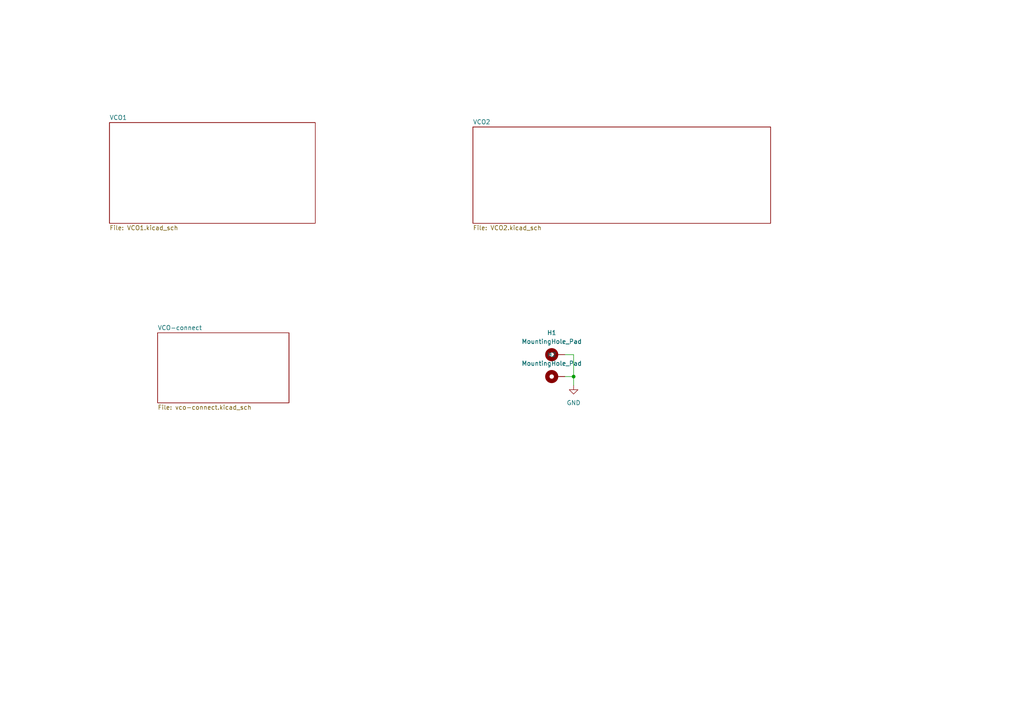
<source format=kicad_sch>
(kicad_sch (version 20230121) (generator eeschema)
  (paper "A4")
  (lib_symbols
    (symbol "Mechanical:MountingHole_Pad" (pin_numbers hide) (pin_names (offset 1.016) hide)
      (property "Reference" "H" (at 0 6.35 0))
      (property "Value" "MountingHole_Pad" (at 0 4.445 0))
      (symbol "MountingHole_Pad_0_1"
        (circle (center 0 1.27) (radius 1.27) (stroke (width 1.27)))
      )
      (symbol "MountingHole_Pad_1_1"
        (pin input line (at 0 -2.54 90) (length 2.54) (name "1") (number "1"))
      )
    )
    (symbol "power:GND" (power) (pin_names (offset 0))
      (property "Value" "GND" (at 0 -3.81 0))
      (symbol "GND_0_1"
        (polyline (pts (xy 0 0) (xy 0 -1.27) (xy 1.27 -1.27) (xy 0 -2.54) (xy -1.27 -1.27) (xy 0 -1.27)))
      )
      (symbol "GND_1_1"
        (pin power_in line (at 0 0 270) (length 0) hide (name "GND") (number "1"))
      )
    )
  )
  (junction (at 166.37 109.22))
  (wire (pts (xy 163.83 102.87) (xy 166.37 102.87)))
  (wire (pts (xy 166.37 109.22) (xy 166.37 111.76)))
  (wire (pts (xy 166.37 102.87) (xy 166.37 109.22)))
  (wire (pts (xy 163.83 109.22) (xy 166.37 109.22)))
  (symbol (lib_id "power:GND") (at 166.37 111.76 0) (unit 1)
    (property "Reference" "#PWR059" (effects hide))
    (property "Value" "GND" (at 166.37 116.84 0))
  )
  (symbol (lib_id "Mechanical:MountingHole_Pad") (at 161.29 109.22 90) (unit 1)
    (property "Reference" "H2" (at 160.02 102.87 90))
    (property "Value" "MountingHole_Pad" (at 160.02 105.41 90))
    (property "Footprint" "MountingHole:MountingHole_3.2mm_M3_DIN965_Pad" (effects hide))
  )
  (symbol (lib_id "Mechanical:MountingHole_Pad") (at 161.29 102.87 90) (unit 1)
    (property "Reference" "H1" (at 160.02 96.52 90))
    (property "Value" "MountingHole_Pad" (at 160.02 99.06 90))
    (property "Footprint" "MountingHole:MountingHole_3.2mm_M3_DIN965_Pad" (effects hide))
  )
  (sheet (at 137.16 36.83) (size 86.36 27.94) (stroke (width 0.1524))
    (property "Sheetname" "VCO2" (at 137.16 36.1184 0) (effects (justify left bottom)))
    (property "Sheetfile" "VCO2.kicad_sch" (at 137.16 65.3546 0) (effects (justify left top)))
  )
  (sheet (at 45.72 96.52) (size 38.1 20.32) (stroke (width 0.1524))
    (property "Sheetname" "VCO-connect" (at 45.72 95.8084 0) (effects (justify left bottom)))
    (property "Sheetfile" "vco-connect.kicad_sch" (at 45.72 117.4246 0) (effects (justify left top)))
  )
  (sheet (at 31.75 35.56) (size 59.69 29.21) (stroke (width 0.1524))
    (property "Sheetname" "VCO1" (at 31.75 34.8484 0) (effects (justify left bottom)))
    (property "Sheetfile" "VCO1.kicad_sch" (at 31.75 65.3546 0) (effects (justify left top)))
  )
)
</source>
